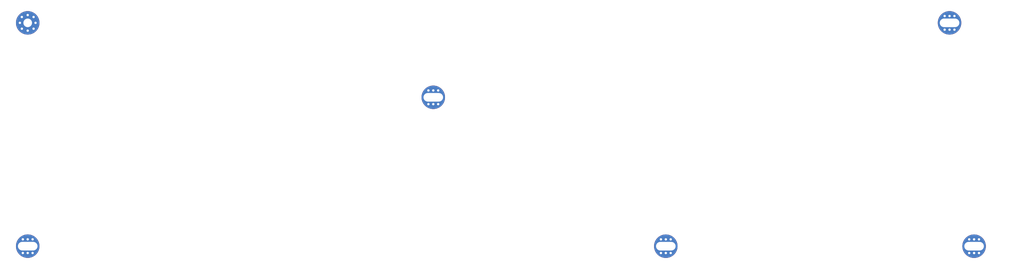
<source format=kicad_pcb>
(kicad_pcb (version 20171130) (host pcbnew "(5.1.5)-3")

  (general
    (thickness 1.6)
    (drawings 0)
    (tracks 0)
    (zones 0)
    (modules 6)
    (nets 1)
  )

  (page A3)
  (layers
    (0 F.Cu signal)
    (31 B.Cu signal)
    (32 B.Adhes user)
    (33 F.Adhes user)
    (34 B.Paste user)
    (35 F.Paste user)
    (36 B.SilkS user)
    (37 F.SilkS user)
    (38 B.Mask user)
    (39 F.Mask user)
    (40 Dwgs.User user)
    (41 Cmts.User user)
    (42 Eco1.User user)
    (43 Eco2.User user)
    (44 Edge.Cuts user)
    (45 Margin user)
    (46 B.CrtYd user)
    (47 F.CrtYd user)
    (48 B.Fab user)
    (49 F.Fab user)
  )

  (setup
    (last_trace_width 0.254)
    (trace_clearance 0.1524)
    (zone_clearance 0.3556)
    (zone_45_only no)
    (trace_min 0.2)
    (via_size 0.6)
    (via_drill 0.4)
    (via_min_size 0.4)
    (via_min_drill 0.3)
    (uvia_size 0.3)
    (uvia_drill 0.1)
    (uvias_allowed no)
    (uvia_min_size 0.2)
    (uvia_min_drill 0.1)
    (edge_width 0.15)
    (segment_width 0.15)
    (pcb_text_width 0.3)
    (pcb_text_size 1.5 1.5)
    (mod_edge_width 0.15)
    (mod_text_size 1 1)
    (mod_text_width 0.15)
    (pad_size 4.4 4.4)
    (pad_drill 2.2)
    (pad_to_mask_clearance 0.2)
    (aux_axis_origin 0 0)
    (visible_elements 7FFFFFFF)
    (pcbplotparams
      (layerselection 0x310fc_80000001)
      (usegerberextensions false)
      (usegerberattributes false)
      (usegerberadvancedattributes false)
      (creategerberjobfile false)
      (excludeedgelayer true)
      (linewidth 0.100000)
      (plotframeref false)
      (viasonmask false)
      (mode 1)
      (useauxorigin false)
      (hpglpennumber 1)
      (hpglpenspeed 20)
      (hpglpendiameter 15.000000)
      (psnegative false)
      (psa4output false)
      (plotreference true)
      (plotvalue true)
      (plotinvisibletext false)
      (padsonsilk false)
      (subtractmaskfromsilk false)
      (outputformat 3)
      (mirror false)
      (drillshape 0)
      (scaleselection 1)
      (outputdirectory "DXF"))
  )

  (net 0 "")

  (net_class Default "This is the default net class."
    (clearance 0.1524)
    (trace_width 0.254)
    (via_dia 0.6)
    (via_drill 0.4)
    (uvia_dia 0.3)
    (uvia_drill 0.1)
  )

  (net_class Power ""
    (clearance 0.1524)
    (trace_width 0.381)
    (via_dia 0.6)
    (via_drill 0.4)
    (uvia_dia 0.3)
    (uvia_drill 0.1)
  )

  (module locallib:mounting locked (layer F.Cu) (tedit 5AD6F78B) (tstamp 5AD6F7DD)
    (at 72.6225 133.34)
    (fp_text reference REF** (at 0 5) (layer Dwgs.User)
      (effects (font (size 1 1) (thickness 0.15)))
    )
    (fp_text value mounting (at 0 -5) (layer Dwgs.User)
      (effects (font (size 1 1) (thickness 0.15)))
    )
    (pad 1 thru_hole circle (at 0 0) (size 6 6) (drill oval 5 2.2) (layers *.Cu *.Mask))
    (pad 1 thru_hole circle (at 0 -1.75) (size 1 1) (drill 0.6) (layers *.Cu *.Mask))
    (pad 1 thru_hole circle (at 1.25 -1.75) (size 1 1) (drill 0.6) (layers *.Cu *.Mask))
    (pad 1 thru_hole circle (at -1.25 -1.75) (size 1 1) (drill 0.6) (layers *.Cu *.Mask))
    (pad 1 thru_hole circle (at 0 1.75) (size 1 1) (drill 0.6) (layers *.Cu *.Mask))
    (pad 1 thru_hole circle (at 1.25 1.75) (size 1 1) (drill 0.6) (layers *.Cu *.Mask))
    (pad 1 thru_hole circle (at -1.25 1.75) (size 1 1) (drill 0.6) (layers *.Cu *.Mask))
  )

  (module locallib:mounting-circular locked (layer F.Cu) (tedit 5AD6F75A) (tstamp 5AD6F5BE)
    (at 72.6225 76.2)
    (fp_text reference REF** (at 0 5) (layer Dwgs.User)
      (effects (font (size 1 1) (thickness 0.15)))
    )
    (fp_text value mounting-circular (at 0 -5) (layer Dwgs.User)
      (effects (font (size 1 1) (thickness 0.15)))
    )
    (pad 1 thru_hole circle (at 0 0) (size 6 6) (drill oval 2.2) (layers *.Cu *.Mask))
    (pad 1 thru_hole circle (at 0 -2) (size 1 1) (drill 0.6) (layers *.Cu *.Mask))
    (pad 1 thru_hole circle (at 1.5 -1.5) (size 1 1) (drill 0.6) (layers *.Cu *.Mask))
    (pad 1 thru_hole circle (at -1.5 -1.5) (size 1 1) (drill 0.6) (layers *.Cu *.Mask))
    (pad 1 thru_hole circle (at 0 2) (size 1 1) (drill 0.6) (layers *.Cu *.Mask))
    (pad 1 thru_hole circle (at 1.5 1.5) (size 1 1) (drill 0.6) (layers *.Cu *.Mask))
    (pad 1 thru_hole circle (at -1.5 1.5) (size 1 1) (drill 0.6) (layers *.Cu *.Mask))
    (pad 1 thru_hole circle (at 2 0) (size 1 1) (drill 0.6) (layers *.Cu *.Mask))
    (pad 1 thru_hole circle (at -2 0) (size 1 1) (drill 0.6) (layers *.Cu *.Mask))
  )

  (module locallib:mounting locked (layer F.Cu) (tedit 5AD6F78B) (tstamp 5ACEFFF7)
    (at 176.2125 95.25)
    (fp_text reference REF** (at 0 5) (layer Dwgs.User)
      (effects (font (size 1 1) (thickness 0.15)))
    )
    (fp_text value MountingHole_2.2mm_M2_Pad_Via (at 0 -5) (layer Dwgs.User)
      (effects (font (size 1 1) (thickness 0.15)))
    )
    (pad 1 thru_hole circle (at 0 0) (size 6 6) (drill oval 5 2.2) (layers *.Cu *.Mask))
    (pad 1 thru_hole circle (at 0 -1.75) (size 1 1) (drill 0.6) (layers *.Cu *.Mask))
    (pad 1 thru_hole circle (at 1.25 -1.75) (size 1 1) (drill 0.6) (layers *.Cu *.Mask))
    (pad 1 thru_hole circle (at -1.25 -1.75) (size 1 1) (drill 0.6) (layers *.Cu *.Mask))
    (pad 1 thru_hole circle (at 0 1.75) (size 1 1) (drill 0.6) (layers *.Cu *.Mask))
    (pad 1 thru_hole circle (at 1.25 1.75) (size 1 1) (drill 0.6) (layers *.Cu *.Mask))
    (pad 1 thru_hole circle (at -1.25 1.75) (size 1 1) (drill 0.6) (layers *.Cu *.Mask))
  )

  (module locallib:mounting locked (layer F.Cu) (tedit 5AD6F78B) (tstamp 5AD6EC6E)
    (at 235.6025 133.35)
    (fp_text reference REF** (at 0 5) (layer Dwgs.User)
      (effects (font (size 1 1) (thickness 0.15)))
    )
    (fp_text value MountingHole_2.2mm_M2_Pad_Via (at 0 -5) (layer Dwgs.User)
      (effects (font (size 1 1) (thickness 0.15)))
    )
    (pad 1 thru_hole circle (at 0 0) (size 6 6) (drill oval 5 2.2) (layers *.Cu *.Mask))
    (pad 1 thru_hole circle (at 0 -1.75) (size 1 1) (drill 0.6) (layers *.Cu *.Mask))
    (pad 1 thru_hole circle (at 1.25 -1.75) (size 1 1) (drill 0.6) (layers *.Cu *.Mask))
    (pad 1 thru_hole circle (at -1.25 -1.75) (size 1 1) (drill 0.6) (layers *.Cu *.Mask))
    (pad 1 thru_hole circle (at 0 1.75) (size 1 1) (drill 0.6) (layers *.Cu *.Mask))
    (pad 1 thru_hole circle (at 1.25 1.75) (size 1 1) (drill 0.6) (layers *.Cu *.Mask))
    (pad 1 thru_hole circle (at -1.25 1.75) (size 1 1) (drill 0.6) (layers *.Cu *.Mask))
  )

  (module locallib:mounting locked (layer F.Cu) (tedit 5AD6F78B) (tstamp 5AD6ED6B)
    (at 314.3425 133.35)
    (fp_text reference REF** (at 0 5) (layer Dwgs.User)
      (effects (font (size 1 1) (thickness 0.15)))
    )
    (fp_text value MountingHole_2.2mm_M2_Pad_Via (at 0 -5) (layer Dwgs.User)
      (effects (font (size 1 1) (thickness 0.15)))
    )
    (pad 1 thru_hole circle (at 0 0) (size 6 6) (drill oval 5 2.2) (layers *.Cu *.Mask))
    (pad 1 thru_hole circle (at 0 -1.75) (size 1 1) (drill 0.6) (layers *.Cu *.Mask))
    (pad 1 thru_hole circle (at 1.25 -1.75) (size 1 1) (drill 0.6) (layers *.Cu *.Mask))
    (pad 1 thru_hole circle (at -1.25 -1.75) (size 1 1) (drill 0.6) (layers *.Cu *.Mask))
    (pad 1 thru_hole circle (at 0 1.75) (size 1 1) (drill 0.6) (layers *.Cu *.Mask))
    (pad 1 thru_hole circle (at 1.25 1.75) (size 1 1) (drill 0.6) (layers *.Cu *.Mask))
    (pad 1 thru_hole circle (at -1.25 1.75) (size 1 1) (drill 0.6) (layers *.Cu *.Mask))
  )

  (module locallib:mounting locked (layer F.Cu) (tedit 5AD6F78B) (tstamp 5ACEFFA7)
    (at 308.0725 76.2)
    (fp_text reference REF** (at 0 5) (layer Dwgs.User)
      (effects (font (size 1 1) (thickness 0.15)))
    )
    (fp_text value MountingHole_2.2mm_M2_Pad_Via (at 0 -5) (layer Dwgs.User)
      (effects (font (size 1 1) (thickness 0.15)))
    )
    (pad 1 thru_hole circle (at 0 0) (size 6 6) (drill oval 5 2.2) (layers *.Cu *.Mask))
    (pad 1 thru_hole circle (at 0 -1.75) (size 1 1) (drill 0.6) (layers *.Cu *.Mask))
    (pad 1 thru_hole circle (at 1.25 -1.75) (size 1 1) (drill 0.6) (layers *.Cu *.Mask))
    (pad 1 thru_hole circle (at -1.25 -1.75) (size 1 1) (drill 0.6) (layers *.Cu *.Mask))
    (pad 1 thru_hole circle (at 0 1.75) (size 1 1) (drill 0.6) (layers *.Cu *.Mask))
    (pad 1 thru_hole circle (at 1.25 1.75) (size 1 1) (drill 0.6) (layers *.Cu *.Mask))
    (pad 1 thru_hole circle (at -1.25 1.75) (size 1 1) (drill 0.6) (layers *.Cu *.Mask))
  )

)

</source>
